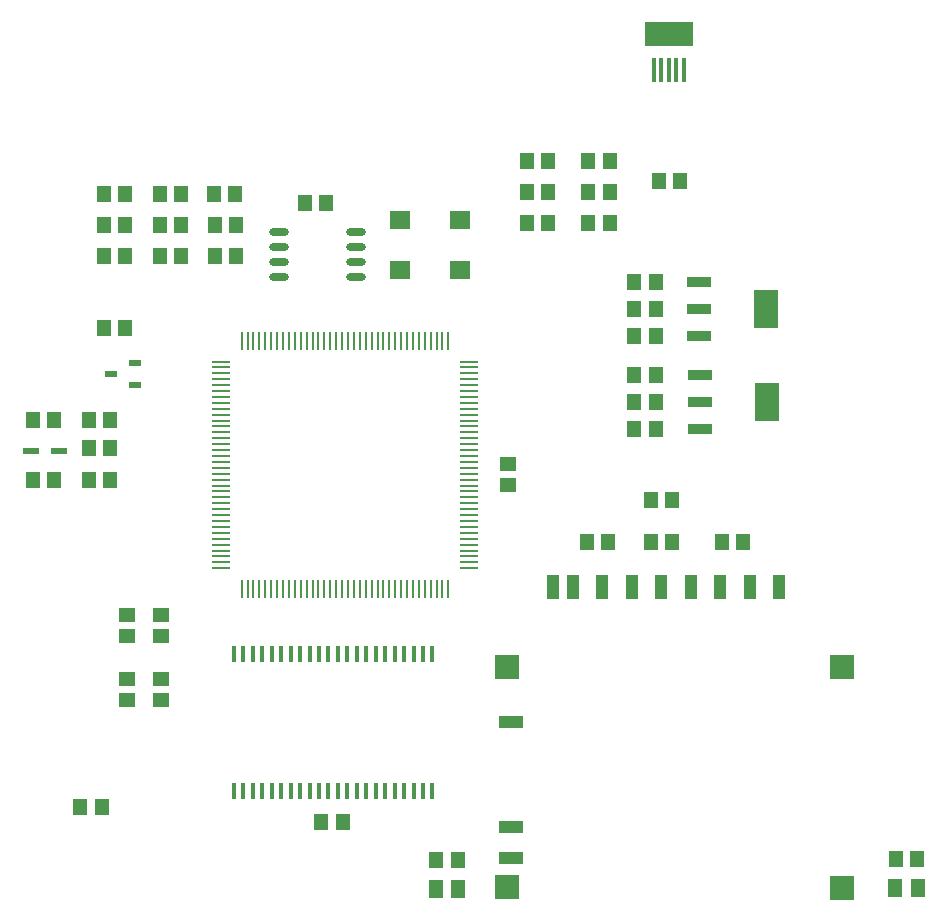
<source format=gtp>
%FSLAX44Y44*%
%MOMM*%
G71*
G01*
G75*
G04 Layer_Color=8421504*
%ADD10R,0.4064X2.1082*%
%ADD11R,4.1000X2.1082*%
%ADD12R,1.2000X1.4000*%
%ADD13R,1.4500X0.5500*%
%ADD14R,1.3000X1.5000*%
%ADD15R,1.4000X1.2000*%
%ADD16O,0.2500X1.5500*%
%ADD17O,1.5500X0.2500*%
%ADD18R,0.4064X1.3208*%
%ADD19R,1.8000X1.6000*%
%ADD20R,2.0000X1.1000*%
%ADD21R,2.0000X2.0000*%
%ADD22R,1.1000X2.0000*%
%ADD23R,2.1000X3.2000*%
%ADD24R,2.1000X0.9000*%
%ADD25R,1.0000X0.6000*%
%ADD26O,1.7000X0.6000*%
%ADD27C,0.2000*%
%ADD28C,0.5000*%
%ADD29C,0.4000*%
%ADD30C,1.0000*%
%ADD31C,2.5000*%
%ADD32C,2.0000*%
%ADD33R,1.5748X1.5748*%
%ADD34C,1.5748*%
%ADD35C,2.8448*%
%ADD36O,1.5000X2.2000*%
%ADD37O,2.2000X1.5000*%
%ADD38O,0.8500X2.0000*%
%ADD39O,1.0500X1.2500*%
%ADD40R,1.6900X1.6900*%
%ADD41C,1.6900*%
%ADD42C,4.7600*%
%ADD43O,0.8000X1.4220*%
%ADD44C,1.5000*%
%ADD45O,2.0000X4.5000*%
%ADD46O,4.5000X2.0000*%
%ADD47C,4.8000*%
%ADD48C,0.4000*%
%ADD49C,0.5500*%
%ADD50C,0.2540*%
%ADD51C,0.6000*%
%ADD52C,0.2500*%
%ADD53C,0.2032*%
%ADD54C,0.1000*%
%ADD55C,0.0254*%
%ADD56C,0.1500*%
%ADD57C,0.1270*%
%ADD58R,9.1186X0.3810*%
%ADD59R,0.6350X0.6350*%
D10*
X4292300Y2368999D02*
D03*
X4298650D02*
D03*
X4305000D02*
D03*
X4311350D02*
D03*
X4317700D02*
D03*
D11*
X4305000Y2399480D02*
D03*
D12*
X4294000Y2167000D02*
D03*
X4276000D02*
D03*
X3767000Y2022000D02*
D03*
X3785000D02*
D03*
X4237000Y2266000D02*
D03*
X4255000D02*
D03*
X4185000D02*
D03*
X4203000D02*
D03*
X3832000Y2049000D02*
D03*
X3814000D02*
D03*
X4011000Y1733000D02*
D03*
X4029000D02*
D03*
X4015000Y2257000D02*
D03*
X3997000D02*
D03*
X4276000Y2144000D02*
D03*
X4294000D02*
D03*
X4276000Y2190000D02*
D03*
X4294000D02*
D03*
X4276000Y2065000D02*
D03*
X4294000D02*
D03*
X4276000Y2111000D02*
D03*
X4294000D02*
D03*
X4185000Y2292000D02*
D03*
X4203000D02*
D03*
X4237000D02*
D03*
X4255000D02*
D03*
X4294000Y2088000D02*
D03*
X4276000D02*
D03*
X4315000Y2275000D02*
D03*
X4297000D02*
D03*
X4515500Y1701586D02*
D03*
X4497500D02*
D03*
X4126254Y1700586D02*
D03*
X4108254D02*
D03*
X3814000Y2073000D02*
D03*
X3832000D02*
D03*
X4203000Y2240000D02*
D03*
X4185000D02*
D03*
X4255000D02*
D03*
X4237000D02*
D03*
X3807000Y1745000D02*
D03*
X3825000D02*
D03*
X3827000Y2151000D02*
D03*
X3845000D02*
D03*
X3814000Y2022000D02*
D03*
X3832000D02*
D03*
X3767000Y2073000D02*
D03*
X3785000D02*
D03*
X4290000Y1970000D02*
D03*
X4308000D02*
D03*
X4236000D02*
D03*
X4254000D02*
D03*
X4368000Y1970000D02*
D03*
X4350000D02*
D03*
X4290000Y2005000D02*
D03*
X4308000D02*
D03*
X3921000Y2212000D02*
D03*
X3939000D02*
D03*
X3892000Y2264000D02*
D03*
X3874000D02*
D03*
X3845000D02*
D03*
X3827000D02*
D03*
X3921000Y2238000D02*
D03*
X3939000D02*
D03*
X3892000Y2238000D02*
D03*
X3874000D02*
D03*
X3845000D02*
D03*
X3827000D02*
D03*
X3920000Y2264000D02*
D03*
X3938000D02*
D03*
X3892000Y2212000D02*
D03*
X3874000D02*
D03*
X3845000D02*
D03*
X3827000D02*
D03*
D13*
X3765250Y2047000D02*
D03*
X3788750D02*
D03*
D14*
X4516000Y1676586D02*
D03*
X4497000D02*
D03*
X4107754Y1675585D02*
D03*
X4126754D02*
D03*
D15*
X3875000Y1854000D02*
D03*
Y1836000D02*
D03*
X3846000Y1854000D02*
D03*
Y1836000D02*
D03*
X3875000Y1908000D02*
D03*
Y1890000D02*
D03*
X3846000Y1908000D02*
D03*
Y1890000D02*
D03*
X4169000Y2018000D02*
D03*
Y2036000D02*
D03*
D16*
X4118500Y1929750D02*
D03*
X4113500D02*
D03*
X4108500D02*
D03*
X4103500D02*
D03*
X4098500D02*
D03*
X4093500D02*
D03*
X4088500D02*
D03*
X4083500D02*
D03*
X4078500D02*
D03*
X4073500D02*
D03*
X4068500D02*
D03*
X4063500D02*
D03*
X4058500D02*
D03*
X4053500D02*
D03*
X4048500D02*
D03*
X4043500D02*
D03*
X4038500D02*
D03*
X4033500D02*
D03*
X4028499D02*
D03*
X4023500D02*
D03*
X4018499D02*
D03*
X4013500D02*
D03*
X4008500D02*
D03*
X4003500D02*
D03*
X3998500D02*
D03*
X3993500D02*
D03*
X3988500D02*
D03*
X3983500D02*
D03*
X3978500D02*
D03*
X3973500D02*
D03*
X3968500D02*
D03*
X3963500D02*
D03*
X3958500D02*
D03*
X3953500D02*
D03*
X3948500D02*
D03*
X3943500D02*
D03*
Y2140250D02*
D03*
X3948500D02*
D03*
X3953500D02*
D03*
X3958500D02*
D03*
X3963500D02*
D03*
X3968500D02*
D03*
X3973500D02*
D03*
X3978500D02*
D03*
X3983500D02*
D03*
X3988500D02*
D03*
X3993500D02*
D03*
X3998500D02*
D03*
X4003500D02*
D03*
X4008500D02*
D03*
X4013500D02*
D03*
X4018499D02*
D03*
X4023500D02*
D03*
X4028499D02*
D03*
X4033500D02*
D03*
X4038500D02*
D03*
X4043500D02*
D03*
X4048500D02*
D03*
X4053500D02*
D03*
X4058500D02*
D03*
X4063500D02*
D03*
X4068500D02*
D03*
X4073500D02*
D03*
X4078500D02*
D03*
X4083500D02*
D03*
X4088500D02*
D03*
X4093500D02*
D03*
X4098500D02*
D03*
X4103500D02*
D03*
X4108500D02*
D03*
X4113500D02*
D03*
X4118500D02*
D03*
D17*
X3925750Y1947500D02*
D03*
Y1952500D02*
D03*
Y1957500D02*
D03*
Y1962500D02*
D03*
Y1967500D02*
D03*
Y1972500D02*
D03*
Y1977500D02*
D03*
Y1982500D02*
D03*
Y1987500D02*
D03*
Y1992500D02*
D03*
Y1997500D02*
D03*
Y2002500D02*
D03*
Y2007500D02*
D03*
Y2012500D02*
D03*
Y2017500D02*
D03*
Y2022500D02*
D03*
Y2027500D02*
D03*
Y2032500D02*
D03*
Y2037500D02*
D03*
Y2042500D02*
D03*
Y2047500D02*
D03*
Y2052500D02*
D03*
Y2057500D02*
D03*
Y2062500D02*
D03*
Y2067500D02*
D03*
Y2072500D02*
D03*
Y2077500D02*
D03*
Y2082500D02*
D03*
Y2087500D02*
D03*
Y2092500D02*
D03*
Y2097500D02*
D03*
Y2102500D02*
D03*
Y2107500D02*
D03*
Y2112500D02*
D03*
Y2117500D02*
D03*
Y2122500D02*
D03*
X4136250D02*
D03*
Y2117500D02*
D03*
Y2112500D02*
D03*
Y2107500D02*
D03*
Y2102500D02*
D03*
Y2097500D02*
D03*
Y2092500D02*
D03*
Y2087500D02*
D03*
Y2082500D02*
D03*
Y2077500D02*
D03*
Y2072500D02*
D03*
Y2067500D02*
D03*
Y2062500D02*
D03*
Y2057500D02*
D03*
Y2052500D02*
D03*
Y2047500D02*
D03*
Y2042500D02*
D03*
Y2037500D02*
D03*
Y2032500D02*
D03*
Y2027500D02*
D03*
Y2022500D02*
D03*
Y2017500D02*
D03*
Y2012500D02*
D03*
Y2007500D02*
D03*
Y2002500D02*
D03*
Y1997500D02*
D03*
Y1992500D02*
D03*
Y1987500D02*
D03*
Y1982500D02*
D03*
Y1977500D02*
D03*
Y1972500D02*
D03*
Y1967500D02*
D03*
Y1962500D02*
D03*
Y1957500D02*
D03*
Y1952500D02*
D03*
Y1947500D02*
D03*
D18*
X4105000Y1758834D02*
D03*
X4097000D02*
D03*
X4089000D02*
D03*
X4081000D02*
D03*
X4073000D02*
D03*
X4065000D02*
D03*
X4057000D02*
D03*
X4049000D02*
D03*
X4041000D02*
D03*
X4033000D02*
D03*
X4025000D02*
D03*
X4016936D02*
D03*
X4008808D02*
D03*
X4000934D02*
D03*
X3992806D02*
D03*
X3984932D02*
D03*
X3976804D02*
D03*
X3968930D02*
D03*
X3960802D02*
D03*
X3952928D02*
D03*
X3944800D02*
D03*
X3936926D02*
D03*
Y1875000D02*
D03*
X3944800D02*
D03*
X3952928D02*
D03*
X3960802D02*
D03*
X3968930D02*
D03*
X3976804D02*
D03*
X3984932D02*
D03*
X3992806D02*
D03*
X4000934D02*
D03*
X4008808D02*
D03*
X4016936D02*
D03*
X4025000D02*
D03*
X4033000D02*
D03*
X4041000D02*
D03*
X4049000D02*
D03*
X4057000D02*
D03*
X4065000D02*
D03*
X4073000D02*
D03*
X4081000D02*
D03*
X4089000D02*
D03*
X4097000D02*
D03*
X4105000D02*
D03*
D19*
X4077200Y2242000D02*
D03*
Y2200000D02*
D03*
X4128000Y2242000D02*
D03*
Y2200000D02*
D03*
D20*
X4171750Y1702069D02*
D03*
Y1728069D02*
D03*
Y1817569D02*
D03*
D21*
X4452000Y1676569D02*
D03*
X4167750Y1677569D02*
D03*
X4452000Y1864069D02*
D03*
X4167750D02*
D03*
D22*
X4273750Y1931569D02*
D03*
X4298750D02*
D03*
X4323750D02*
D03*
X4348750D02*
D03*
X4373750D02*
D03*
X4398750D02*
D03*
X4248500D02*
D03*
X4224000D02*
D03*
X4207000D02*
D03*
D23*
X4388500Y2088000D02*
D03*
X4387500Y2167000D02*
D03*
D24*
X4331500Y2065000D02*
D03*
Y2088000D02*
D03*
Y2111000D02*
D03*
X4330500Y2190000D02*
D03*
Y2167000D02*
D03*
Y2144000D02*
D03*
D25*
X3853000Y2102500D02*
D03*
Y2121500D02*
D03*
X3833000Y2112000D02*
D03*
D26*
X3975500Y2232050D02*
D03*
Y2219350D02*
D03*
Y2206650D02*
D03*
Y2193950D02*
D03*
X4040640Y2232050D02*
D03*
Y2219350D02*
D03*
Y2206650D02*
D03*
Y2193950D02*
D03*
M02*

</source>
